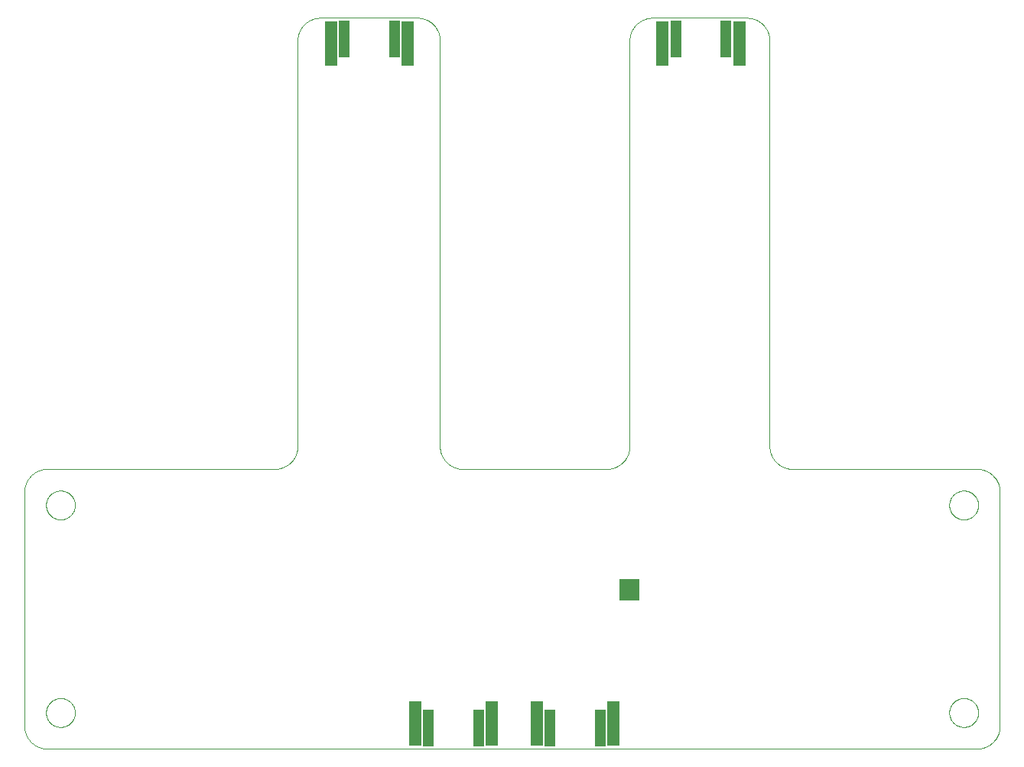
<source format=gbp>
G75*
%MOIN*%
%OFA0B0*%
%FSLAX25Y25*%
%IPPOS*%
%LPD*%
%AMOC8*
5,1,8,0,0,1.08239X$1,22.5*
%
%ADD10C,0.00000*%
%ADD11R,0.04921X0.16142*%
%ADD12R,0.05512X0.19685*%
%ADD13R,0.08800X0.09800*%
D10*
X0013469Y0037693D02*
X0418665Y0037693D01*
X0418907Y0037696D01*
X0419148Y0037705D01*
X0419389Y0037719D01*
X0419630Y0037740D01*
X0419870Y0037766D01*
X0420110Y0037798D01*
X0420349Y0037836D01*
X0420586Y0037879D01*
X0420823Y0037929D01*
X0421058Y0037984D01*
X0421292Y0038044D01*
X0421524Y0038111D01*
X0421755Y0038182D01*
X0421984Y0038260D01*
X0422211Y0038343D01*
X0422436Y0038431D01*
X0422659Y0038525D01*
X0422879Y0038624D01*
X0423097Y0038729D01*
X0423312Y0038838D01*
X0423525Y0038953D01*
X0423735Y0039073D01*
X0423941Y0039198D01*
X0424145Y0039328D01*
X0424346Y0039463D01*
X0424543Y0039603D01*
X0424737Y0039747D01*
X0424927Y0039896D01*
X0425113Y0040050D01*
X0425296Y0040208D01*
X0425475Y0040370D01*
X0425650Y0040537D01*
X0425821Y0040708D01*
X0425988Y0040883D01*
X0426150Y0041062D01*
X0426308Y0041245D01*
X0426462Y0041431D01*
X0426611Y0041621D01*
X0426755Y0041815D01*
X0426895Y0042012D01*
X0427030Y0042213D01*
X0427160Y0042417D01*
X0427285Y0042623D01*
X0427405Y0042833D01*
X0427520Y0043046D01*
X0427629Y0043261D01*
X0427734Y0043479D01*
X0427833Y0043699D01*
X0427927Y0043922D01*
X0428015Y0044147D01*
X0428098Y0044374D01*
X0428176Y0044603D01*
X0428247Y0044834D01*
X0428314Y0045066D01*
X0428374Y0045300D01*
X0428429Y0045535D01*
X0428479Y0045772D01*
X0428522Y0046009D01*
X0428560Y0046248D01*
X0428592Y0046488D01*
X0428618Y0046728D01*
X0428639Y0046969D01*
X0428653Y0047210D01*
X0428662Y0047451D01*
X0428665Y0047693D01*
X0428665Y0149740D01*
X0428662Y0149982D01*
X0428653Y0150223D01*
X0428639Y0150464D01*
X0428618Y0150705D01*
X0428592Y0150945D01*
X0428560Y0151185D01*
X0428522Y0151424D01*
X0428479Y0151661D01*
X0428429Y0151898D01*
X0428374Y0152133D01*
X0428314Y0152367D01*
X0428247Y0152599D01*
X0428176Y0152830D01*
X0428098Y0153059D01*
X0428015Y0153286D01*
X0427927Y0153511D01*
X0427833Y0153734D01*
X0427734Y0153954D01*
X0427629Y0154172D01*
X0427520Y0154387D01*
X0427405Y0154600D01*
X0427285Y0154810D01*
X0427160Y0155016D01*
X0427030Y0155220D01*
X0426895Y0155421D01*
X0426755Y0155618D01*
X0426611Y0155812D01*
X0426462Y0156002D01*
X0426308Y0156188D01*
X0426150Y0156371D01*
X0425988Y0156550D01*
X0425821Y0156725D01*
X0425650Y0156896D01*
X0425475Y0157063D01*
X0425296Y0157225D01*
X0425113Y0157383D01*
X0424927Y0157537D01*
X0424737Y0157686D01*
X0424543Y0157830D01*
X0424346Y0157970D01*
X0424145Y0158105D01*
X0423941Y0158235D01*
X0423735Y0158360D01*
X0423525Y0158480D01*
X0423312Y0158595D01*
X0423097Y0158704D01*
X0422879Y0158809D01*
X0422659Y0158908D01*
X0422436Y0159002D01*
X0422211Y0159090D01*
X0421984Y0159173D01*
X0421755Y0159251D01*
X0421524Y0159322D01*
X0421292Y0159389D01*
X0421058Y0159449D01*
X0420823Y0159504D01*
X0420586Y0159554D01*
X0420349Y0159597D01*
X0420110Y0159635D01*
X0419870Y0159667D01*
X0419630Y0159693D01*
X0419389Y0159714D01*
X0419148Y0159728D01*
X0418907Y0159737D01*
X0418665Y0159740D01*
X0338272Y0159740D01*
X0338030Y0159743D01*
X0337789Y0159752D01*
X0337548Y0159766D01*
X0337307Y0159787D01*
X0337067Y0159813D01*
X0336827Y0159845D01*
X0336588Y0159883D01*
X0336351Y0159926D01*
X0336114Y0159976D01*
X0335879Y0160031D01*
X0335645Y0160091D01*
X0335413Y0160158D01*
X0335182Y0160229D01*
X0334953Y0160307D01*
X0334726Y0160390D01*
X0334501Y0160478D01*
X0334278Y0160572D01*
X0334058Y0160671D01*
X0333840Y0160776D01*
X0333625Y0160885D01*
X0333412Y0161000D01*
X0333202Y0161120D01*
X0332996Y0161245D01*
X0332792Y0161375D01*
X0332591Y0161510D01*
X0332394Y0161650D01*
X0332200Y0161794D01*
X0332010Y0161943D01*
X0331824Y0162097D01*
X0331641Y0162255D01*
X0331462Y0162417D01*
X0331287Y0162584D01*
X0331116Y0162755D01*
X0330949Y0162930D01*
X0330787Y0163109D01*
X0330629Y0163292D01*
X0330475Y0163478D01*
X0330326Y0163668D01*
X0330182Y0163862D01*
X0330042Y0164059D01*
X0329907Y0164260D01*
X0329777Y0164464D01*
X0329652Y0164670D01*
X0329532Y0164880D01*
X0329417Y0165093D01*
X0329308Y0165308D01*
X0329203Y0165526D01*
X0329104Y0165746D01*
X0329010Y0165969D01*
X0328922Y0166194D01*
X0328839Y0166421D01*
X0328761Y0166650D01*
X0328690Y0166881D01*
X0328623Y0167113D01*
X0328563Y0167347D01*
X0328508Y0167582D01*
X0328458Y0167819D01*
X0328415Y0168056D01*
X0328377Y0168295D01*
X0328345Y0168535D01*
X0328319Y0168775D01*
X0328298Y0169016D01*
X0328284Y0169257D01*
X0328275Y0169498D01*
X0328272Y0169740D01*
X0328272Y0346591D01*
X0328269Y0346833D01*
X0328260Y0347074D01*
X0328246Y0347315D01*
X0328225Y0347556D01*
X0328199Y0347796D01*
X0328167Y0348036D01*
X0328129Y0348275D01*
X0328086Y0348512D01*
X0328036Y0348749D01*
X0327981Y0348984D01*
X0327921Y0349218D01*
X0327854Y0349450D01*
X0327783Y0349681D01*
X0327705Y0349910D01*
X0327622Y0350137D01*
X0327534Y0350362D01*
X0327440Y0350585D01*
X0327341Y0350805D01*
X0327236Y0351023D01*
X0327127Y0351238D01*
X0327012Y0351451D01*
X0326892Y0351661D01*
X0326767Y0351867D01*
X0326637Y0352071D01*
X0326502Y0352272D01*
X0326362Y0352469D01*
X0326218Y0352663D01*
X0326069Y0352853D01*
X0325915Y0353039D01*
X0325757Y0353222D01*
X0325595Y0353401D01*
X0325428Y0353576D01*
X0325257Y0353747D01*
X0325082Y0353914D01*
X0324903Y0354076D01*
X0324720Y0354234D01*
X0324534Y0354388D01*
X0324344Y0354537D01*
X0324150Y0354681D01*
X0323953Y0354821D01*
X0323752Y0354956D01*
X0323548Y0355086D01*
X0323342Y0355211D01*
X0323132Y0355331D01*
X0322919Y0355446D01*
X0322704Y0355555D01*
X0322486Y0355660D01*
X0322266Y0355759D01*
X0322043Y0355853D01*
X0321818Y0355941D01*
X0321591Y0356024D01*
X0321362Y0356102D01*
X0321131Y0356173D01*
X0320899Y0356240D01*
X0320665Y0356300D01*
X0320430Y0356355D01*
X0320193Y0356405D01*
X0319956Y0356448D01*
X0319717Y0356486D01*
X0319477Y0356518D01*
X0319237Y0356544D01*
X0318996Y0356565D01*
X0318755Y0356579D01*
X0318514Y0356588D01*
X0318272Y0356591D01*
X0277248Y0356591D01*
X0277006Y0356588D01*
X0276765Y0356579D01*
X0276524Y0356565D01*
X0276283Y0356544D01*
X0276043Y0356518D01*
X0275803Y0356486D01*
X0275564Y0356448D01*
X0275327Y0356405D01*
X0275090Y0356355D01*
X0274855Y0356300D01*
X0274621Y0356240D01*
X0274389Y0356173D01*
X0274158Y0356102D01*
X0273929Y0356024D01*
X0273702Y0355941D01*
X0273477Y0355853D01*
X0273254Y0355759D01*
X0273034Y0355660D01*
X0272816Y0355555D01*
X0272601Y0355446D01*
X0272388Y0355331D01*
X0272178Y0355211D01*
X0271972Y0355086D01*
X0271768Y0354956D01*
X0271567Y0354821D01*
X0271370Y0354681D01*
X0271176Y0354537D01*
X0270986Y0354388D01*
X0270800Y0354234D01*
X0270617Y0354076D01*
X0270438Y0353914D01*
X0270263Y0353747D01*
X0270092Y0353576D01*
X0269925Y0353401D01*
X0269763Y0353222D01*
X0269605Y0353039D01*
X0269451Y0352853D01*
X0269302Y0352663D01*
X0269158Y0352469D01*
X0269018Y0352272D01*
X0268883Y0352071D01*
X0268753Y0351867D01*
X0268628Y0351661D01*
X0268508Y0351451D01*
X0268393Y0351238D01*
X0268284Y0351023D01*
X0268179Y0350805D01*
X0268080Y0350585D01*
X0267986Y0350362D01*
X0267898Y0350137D01*
X0267815Y0349910D01*
X0267737Y0349681D01*
X0267666Y0349450D01*
X0267599Y0349218D01*
X0267539Y0348984D01*
X0267484Y0348749D01*
X0267434Y0348512D01*
X0267391Y0348275D01*
X0267353Y0348036D01*
X0267321Y0347796D01*
X0267295Y0347556D01*
X0267274Y0347315D01*
X0267260Y0347074D01*
X0267251Y0346833D01*
X0267248Y0346591D01*
X0267248Y0169740D01*
X0267245Y0169498D01*
X0267236Y0169257D01*
X0267222Y0169016D01*
X0267201Y0168775D01*
X0267175Y0168535D01*
X0267143Y0168295D01*
X0267105Y0168056D01*
X0267062Y0167819D01*
X0267012Y0167582D01*
X0266957Y0167347D01*
X0266897Y0167113D01*
X0266830Y0166881D01*
X0266759Y0166650D01*
X0266681Y0166421D01*
X0266598Y0166194D01*
X0266510Y0165969D01*
X0266416Y0165746D01*
X0266317Y0165526D01*
X0266212Y0165308D01*
X0266103Y0165093D01*
X0265988Y0164880D01*
X0265868Y0164670D01*
X0265743Y0164464D01*
X0265613Y0164260D01*
X0265478Y0164059D01*
X0265338Y0163862D01*
X0265194Y0163668D01*
X0265045Y0163478D01*
X0264891Y0163292D01*
X0264733Y0163109D01*
X0264571Y0162930D01*
X0264404Y0162755D01*
X0264233Y0162584D01*
X0264058Y0162417D01*
X0263879Y0162255D01*
X0263696Y0162097D01*
X0263510Y0161943D01*
X0263320Y0161794D01*
X0263126Y0161650D01*
X0262929Y0161510D01*
X0262728Y0161375D01*
X0262524Y0161245D01*
X0262318Y0161120D01*
X0262108Y0161000D01*
X0261895Y0160885D01*
X0261680Y0160776D01*
X0261462Y0160671D01*
X0261242Y0160572D01*
X0261019Y0160478D01*
X0260794Y0160390D01*
X0260567Y0160307D01*
X0260338Y0160229D01*
X0260107Y0160158D01*
X0259875Y0160091D01*
X0259641Y0160031D01*
X0259406Y0159976D01*
X0259169Y0159926D01*
X0258932Y0159883D01*
X0258693Y0159845D01*
X0258453Y0159813D01*
X0258213Y0159787D01*
X0257972Y0159766D01*
X0257731Y0159752D01*
X0257490Y0159743D01*
X0257248Y0159740D01*
X0194571Y0159740D01*
X0194329Y0159743D01*
X0194088Y0159752D01*
X0193847Y0159766D01*
X0193606Y0159787D01*
X0193366Y0159813D01*
X0193126Y0159845D01*
X0192887Y0159883D01*
X0192650Y0159926D01*
X0192413Y0159976D01*
X0192178Y0160031D01*
X0191944Y0160091D01*
X0191712Y0160158D01*
X0191481Y0160229D01*
X0191252Y0160307D01*
X0191025Y0160390D01*
X0190800Y0160478D01*
X0190577Y0160572D01*
X0190357Y0160671D01*
X0190139Y0160776D01*
X0189924Y0160885D01*
X0189711Y0161000D01*
X0189501Y0161120D01*
X0189295Y0161245D01*
X0189091Y0161375D01*
X0188890Y0161510D01*
X0188693Y0161650D01*
X0188499Y0161794D01*
X0188309Y0161943D01*
X0188123Y0162097D01*
X0187940Y0162255D01*
X0187761Y0162417D01*
X0187586Y0162584D01*
X0187415Y0162755D01*
X0187248Y0162930D01*
X0187086Y0163109D01*
X0186928Y0163292D01*
X0186774Y0163478D01*
X0186625Y0163668D01*
X0186481Y0163862D01*
X0186341Y0164059D01*
X0186206Y0164260D01*
X0186076Y0164464D01*
X0185951Y0164670D01*
X0185831Y0164880D01*
X0185716Y0165093D01*
X0185607Y0165308D01*
X0185502Y0165526D01*
X0185403Y0165746D01*
X0185309Y0165969D01*
X0185221Y0166194D01*
X0185138Y0166421D01*
X0185060Y0166650D01*
X0184989Y0166881D01*
X0184922Y0167113D01*
X0184862Y0167347D01*
X0184807Y0167582D01*
X0184757Y0167819D01*
X0184714Y0168056D01*
X0184676Y0168295D01*
X0184644Y0168535D01*
X0184618Y0168775D01*
X0184597Y0169016D01*
X0184583Y0169257D01*
X0184574Y0169498D01*
X0184571Y0169740D01*
X0184571Y0346748D01*
X0184568Y0346986D01*
X0184560Y0347224D01*
X0184545Y0347461D01*
X0184525Y0347698D01*
X0184499Y0347934D01*
X0184468Y0348170D01*
X0184431Y0348405D01*
X0184388Y0348639D01*
X0184339Y0348872D01*
X0184285Y0349104D01*
X0184225Y0349334D01*
X0184160Y0349563D01*
X0184089Y0349790D01*
X0184013Y0350015D01*
X0183931Y0350238D01*
X0183844Y0350460D01*
X0183752Y0350679D01*
X0183654Y0350896D01*
X0183552Y0351110D01*
X0183444Y0351322D01*
X0183330Y0351532D01*
X0183212Y0351738D01*
X0183089Y0351942D01*
X0182961Y0352142D01*
X0182829Y0352339D01*
X0182691Y0352534D01*
X0182549Y0352724D01*
X0182402Y0352912D01*
X0182251Y0353095D01*
X0182096Y0353275D01*
X0181936Y0353451D01*
X0181772Y0353623D01*
X0181603Y0353792D01*
X0181431Y0353956D01*
X0181255Y0354116D01*
X0181075Y0354271D01*
X0180892Y0354422D01*
X0180704Y0354569D01*
X0180514Y0354711D01*
X0180319Y0354849D01*
X0180122Y0354981D01*
X0179922Y0355109D01*
X0179718Y0355232D01*
X0179512Y0355350D01*
X0179302Y0355464D01*
X0179090Y0355572D01*
X0178876Y0355674D01*
X0178659Y0355772D01*
X0178440Y0355864D01*
X0178218Y0355951D01*
X0177995Y0356033D01*
X0177770Y0356109D01*
X0177543Y0356180D01*
X0177314Y0356245D01*
X0177084Y0356305D01*
X0176852Y0356359D01*
X0176619Y0356408D01*
X0176385Y0356451D01*
X0176150Y0356488D01*
X0175914Y0356519D01*
X0175678Y0356545D01*
X0175441Y0356565D01*
X0175204Y0356580D01*
X0174966Y0356588D01*
X0174728Y0356591D01*
X0132406Y0356591D01*
X0132168Y0356588D01*
X0131930Y0356580D01*
X0131693Y0356565D01*
X0131456Y0356545D01*
X0131220Y0356519D01*
X0130984Y0356488D01*
X0130749Y0356451D01*
X0130515Y0356408D01*
X0130282Y0356359D01*
X0130050Y0356305D01*
X0129820Y0356245D01*
X0129591Y0356180D01*
X0129364Y0356109D01*
X0129139Y0356033D01*
X0128916Y0355951D01*
X0128694Y0355864D01*
X0128475Y0355772D01*
X0128258Y0355674D01*
X0128044Y0355572D01*
X0127832Y0355464D01*
X0127622Y0355350D01*
X0127416Y0355232D01*
X0127212Y0355109D01*
X0127012Y0354981D01*
X0126815Y0354849D01*
X0126620Y0354711D01*
X0126430Y0354569D01*
X0126242Y0354422D01*
X0126059Y0354271D01*
X0125879Y0354116D01*
X0125703Y0353956D01*
X0125531Y0353792D01*
X0125362Y0353623D01*
X0125198Y0353451D01*
X0125038Y0353275D01*
X0124883Y0353095D01*
X0124732Y0352912D01*
X0124585Y0352724D01*
X0124443Y0352534D01*
X0124305Y0352339D01*
X0124173Y0352142D01*
X0124045Y0351942D01*
X0123922Y0351738D01*
X0123804Y0351532D01*
X0123690Y0351322D01*
X0123582Y0351110D01*
X0123480Y0350896D01*
X0123382Y0350679D01*
X0123290Y0350460D01*
X0123203Y0350238D01*
X0123121Y0350015D01*
X0123045Y0349790D01*
X0122974Y0349563D01*
X0122909Y0349334D01*
X0122849Y0349104D01*
X0122795Y0348872D01*
X0122746Y0348639D01*
X0122703Y0348405D01*
X0122666Y0348170D01*
X0122635Y0347934D01*
X0122609Y0347698D01*
X0122589Y0347461D01*
X0122574Y0347224D01*
X0122566Y0346986D01*
X0122563Y0346748D01*
X0122563Y0169740D01*
X0122560Y0169498D01*
X0122551Y0169257D01*
X0122537Y0169016D01*
X0122516Y0168775D01*
X0122490Y0168535D01*
X0122458Y0168295D01*
X0122420Y0168056D01*
X0122377Y0167819D01*
X0122327Y0167582D01*
X0122272Y0167347D01*
X0122212Y0167113D01*
X0122145Y0166881D01*
X0122074Y0166650D01*
X0121996Y0166421D01*
X0121913Y0166194D01*
X0121825Y0165969D01*
X0121731Y0165746D01*
X0121632Y0165526D01*
X0121527Y0165308D01*
X0121418Y0165093D01*
X0121303Y0164880D01*
X0121183Y0164670D01*
X0121058Y0164464D01*
X0120928Y0164260D01*
X0120793Y0164059D01*
X0120653Y0163862D01*
X0120509Y0163668D01*
X0120360Y0163478D01*
X0120206Y0163292D01*
X0120048Y0163109D01*
X0119886Y0162930D01*
X0119719Y0162755D01*
X0119548Y0162584D01*
X0119373Y0162417D01*
X0119194Y0162255D01*
X0119011Y0162097D01*
X0118825Y0161943D01*
X0118635Y0161794D01*
X0118441Y0161650D01*
X0118244Y0161510D01*
X0118043Y0161375D01*
X0117839Y0161245D01*
X0117633Y0161120D01*
X0117423Y0161000D01*
X0117210Y0160885D01*
X0116995Y0160776D01*
X0116777Y0160671D01*
X0116557Y0160572D01*
X0116334Y0160478D01*
X0116109Y0160390D01*
X0115882Y0160307D01*
X0115653Y0160229D01*
X0115422Y0160158D01*
X0115190Y0160091D01*
X0114956Y0160031D01*
X0114721Y0159976D01*
X0114484Y0159926D01*
X0114247Y0159883D01*
X0114008Y0159845D01*
X0113768Y0159813D01*
X0113528Y0159787D01*
X0113287Y0159766D01*
X0113046Y0159752D01*
X0112805Y0159743D01*
X0112563Y0159740D01*
X0013469Y0159740D01*
X0013227Y0159737D01*
X0012986Y0159728D01*
X0012745Y0159714D01*
X0012504Y0159693D01*
X0012264Y0159667D01*
X0012024Y0159635D01*
X0011785Y0159597D01*
X0011548Y0159554D01*
X0011311Y0159504D01*
X0011076Y0159449D01*
X0010842Y0159389D01*
X0010610Y0159322D01*
X0010379Y0159251D01*
X0010150Y0159173D01*
X0009923Y0159090D01*
X0009698Y0159002D01*
X0009475Y0158908D01*
X0009255Y0158809D01*
X0009037Y0158704D01*
X0008822Y0158595D01*
X0008609Y0158480D01*
X0008399Y0158360D01*
X0008193Y0158235D01*
X0007989Y0158105D01*
X0007788Y0157970D01*
X0007591Y0157830D01*
X0007397Y0157686D01*
X0007207Y0157537D01*
X0007021Y0157383D01*
X0006838Y0157225D01*
X0006659Y0157063D01*
X0006484Y0156896D01*
X0006313Y0156725D01*
X0006146Y0156550D01*
X0005984Y0156371D01*
X0005826Y0156188D01*
X0005672Y0156002D01*
X0005523Y0155812D01*
X0005379Y0155618D01*
X0005239Y0155421D01*
X0005104Y0155220D01*
X0004974Y0155016D01*
X0004849Y0154810D01*
X0004729Y0154600D01*
X0004614Y0154387D01*
X0004505Y0154172D01*
X0004400Y0153954D01*
X0004301Y0153734D01*
X0004207Y0153511D01*
X0004119Y0153286D01*
X0004036Y0153059D01*
X0003958Y0152830D01*
X0003887Y0152599D01*
X0003820Y0152367D01*
X0003760Y0152133D01*
X0003705Y0151898D01*
X0003655Y0151661D01*
X0003612Y0151424D01*
X0003574Y0151185D01*
X0003542Y0150945D01*
X0003516Y0150705D01*
X0003495Y0150464D01*
X0003481Y0150223D01*
X0003472Y0149982D01*
X0003469Y0149740D01*
X0003469Y0047693D01*
X0003472Y0047451D01*
X0003481Y0047210D01*
X0003495Y0046969D01*
X0003516Y0046728D01*
X0003542Y0046488D01*
X0003574Y0046248D01*
X0003612Y0046009D01*
X0003655Y0045772D01*
X0003705Y0045535D01*
X0003760Y0045300D01*
X0003820Y0045066D01*
X0003887Y0044834D01*
X0003958Y0044603D01*
X0004036Y0044374D01*
X0004119Y0044147D01*
X0004207Y0043922D01*
X0004301Y0043699D01*
X0004400Y0043479D01*
X0004505Y0043261D01*
X0004614Y0043046D01*
X0004729Y0042833D01*
X0004849Y0042623D01*
X0004974Y0042417D01*
X0005104Y0042213D01*
X0005239Y0042012D01*
X0005379Y0041815D01*
X0005523Y0041621D01*
X0005672Y0041431D01*
X0005826Y0041245D01*
X0005984Y0041062D01*
X0006146Y0040883D01*
X0006313Y0040708D01*
X0006484Y0040537D01*
X0006659Y0040370D01*
X0006838Y0040208D01*
X0007021Y0040050D01*
X0007207Y0039896D01*
X0007397Y0039747D01*
X0007591Y0039603D01*
X0007788Y0039463D01*
X0007989Y0039328D01*
X0008193Y0039198D01*
X0008399Y0039073D01*
X0008609Y0038953D01*
X0008822Y0038838D01*
X0009037Y0038729D01*
X0009255Y0038624D01*
X0009475Y0038525D01*
X0009698Y0038431D01*
X0009923Y0038343D01*
X0010150Y0038260D01*
X0010379Y0038182D01*
X0010610Y0038111D01*
X0010842Y0038044D01*
X0011076Y0037984D01*
X0011311Y0037929D01*
X0011548Y0037879D01*
X0011785Y0037836D01*
X0012024Y0037798D01*
X0012264Y0037766D01*
X0012504Y0037740D01*
X0012745Y0037719D01*
X0012986Y0037705D01*
X0013227Y0037696D01*
X0013469Y0037693D01*
X0012918Y0053441D02*
X0012920Y0053599D01*
X0012926Y0053757D01*
X0012936Y0053915D01*
X0012950Y0054073D01*
X0012968Y0054230D01*
X0012989Y0054387D01*
X0013015Y0054543D01*
X0013045Y0054699D01*
X0013078Y0054854D01*
X0013116Y0055007D01*
X0013157Y0055160D01*
X0013202Y0055312D01*
X0013251Y0055463D01*
X0013304Y0055612D01*
X0013360Y0055760D01*
X0013420Y0055906D01*
X0013484Y0056051D01*
X0013552Y0056194D01*
X0013623Y0056336D01*
X0013697Y0056476D01*
X0013775Y0056613D01*
X0013857Y0056749D01*
X0013941Y0056883D01*
X0014030Y0057014D01*
X0014121Y0057143D01*
X0014216Y0057270D01*
X0014313Y0057395D01*
X0014414Y0057517D01*
X0014518Y0057636D01*
X0014625Y0057753D01*
X0014735Y0057867D01*
X0014848Y0057978D01*
X0014963Y0058087D01*
X0015081Y0058192D01*
X0015202Y0058294D01*
X0015325Y0058394D01*
X0015451Y0058490D01*
X0015579Y0058583D01*
X0015709Y0058673D01*
X0015842Y0058759D01*
X0015977Y0058843D01*
X0016113Y0058922D01*
X0016252Y0058999D01*
X0016393Y0059071D01*
X0016535Y0059141D01*
X0016679Y0059206D01*
X0016825Y0059268D01*
X0016972Y0059326D01*
X0017121Y0059381D01*
X0017271Y0059432D01*
X0017422Y0059479D01*
X0017574Y0059522D01*
X0017727Y0059561D01*
X0017882Y0059597D01*
X0018037Y0059628D01*
X0018193Y0059656D01*
X0018349Y0059680D01*
X0018506Y0059700D01*
X0018664Y0059716D01*
X0018821Y0059728D01*
X0018980Y0059736D01*
X0019138Y0059740D01*
X0019296Y0059740D01*
X0019454Y0059736D01*
X0019613Y0059728D01*
X0019770Y0059716D01*
X0019928Y0059700D01*
X0020085Y0059680D01*
X0020241Y0059656D01*
X0020397Y0059628D01*
X0020552Y0059597D01*
X0020707Y0059561D01*
X0020860Y0059522D01*
X0021012Y0059479D01*
X0021163Y0059432D01*
X0021313Y0059381D01*
X0021462Y0059326D01*
X0021609Y0059268D01*
X0021755Y0059206D01*
X0021899Y0059141D01*
X0022041Y0059071D01*
X0022182Y0058999D01*
X0022321Y0058922D01*
X0022457Y0058843D01*
X0022592Y0058759D01*
X0022725Y0058673D01*
X0022855Y0058583D01*
X0022983Y0058490D01*
X0023109Y0058394D01*
X0023232Y0058294D01*
X0023353Y0058192D01*
X0023471Y0058087D01*
X0023586Y0057978D01*
X0023699Y0057867D01*
X0023809Y0057753D01*
X0023916Y0057636D01*
X0024020Y0057517D01*
X0024121Y0057395D01*
X0024218Y0057270D01*
X0024313Y0057143D01*
X0024404Y0057014D01*
X0024493Y0056883D01*
X0024577Y0056749D01*
X0024659Y0056613D01*
X0024737Y0056476D01*
X0024811Y0056336D01*
X0024882Y0056194D01*
X0024950Y0056051D01*
X0025014Y0055906D01*
X0025074Y0055760D01*
X0025130Y0055612D01*
X0025183Y0055463D01*
X0025232Y0055312D01*
X0025277Y0055160D01*
X0025318Y0055007D01*
X0025356Y0054854D01*
X0025389Y0054699D01*
X0025419Y0054543D01*
X0025445Y0054387D01*
X0025466Y0054230D01*
X0025484Y0054073D01*
X0025498Y0053915D01*
X0025508Y0053757D01*
X0025514Y0053599D01*
X0025516Y0053441D01*
X0025514Y0053283D01*
X0025508Y0053125D01*
X0025498Y0052967D01*
X0025484Y0052809D01*
X0025466Y0052652D01*
X0025445Y0052495D01*
X0025419Y0052339D01*
X0025389Y0052183D01*
X0025356Y0052028D01*
X0025318Y0051875D01*
X0025277Y0051722D01*
X0025232Y0051570D01*
X0025183Y0051419D01*
X0025130Y0051270D01*
X0025074Y0051122D01*
X0025014Y0050976D01*
X0024950Y0050831D01*
X0024882Y0050688D01*
X0024811Y0050546D01*
X0024737Y0050406D01*
X0024659Y0050269D01*
X0024577Y0050133D01*
X0024493Y0049999D01*
X0024404Y0049868D01*
X0024313Y0049739D01*
X0024218Y0049612D01*
X0024121Y0049487D01*
X0024020Y0049365D01*
X0023916Y0049246D01*
X0023809Y0049129D01*
X0023699Y0049015D01*
X0023586Y0048904D01*
X0023471Y0048795D01*
X0023353Y0048690D01*
X0023232Y0048588D01*
X0023109Y0048488D01*
X0022983Y0048392D01*
X0022855Y0048299D01*
X0022725Y0048209D01*
X0022592Y0048123D01*
X0022457Y0048039D01*
X0022321Y0047960D01*
X0022182Y0047883D01*
X0022041Y0047811D01*
X0021899Y0047741D01*
X0021755Y0047676D01*
X0021609Y0047614D01*
X0021462Y0047556D01*
X0021313Y0047501D01*
X0021163Y0047450D01*
X0021012Y0047403D01*
X0020860Y0047360D01*
X0020707Y0047321D01*
X0020552Y0047285D01*
X0020397Y0047254D01*
X0020241Y0047226D01*
X0020085Y0047202D01*
X0019928Y0047182D01*
X0019770Y0047166D01*
X0019613Y0047154D01*
X0019454Y0047146D01*
X0019296Y0047142D01*
X0019138Y0047142D01*
X0018980Y0047146D01*
X0018821Y0047154D01*
X0018664Y0047166D01*
X0018506Y0047182D01*
X0018349Y0047202D01*
X0018193Y0047226D01*
X0018037Y0047254D01*
X0017882Y0047285D01*
X0017727Y0047321D01*
X0017574Y0047360D01*
X0017422Y0047403D01*
X0017271Y0047450D01*
X0017121Y0047501D01*
X0016972Y0047556D01*
X0016825Y0047614D01*
X0016679Y0047676D01*
X0016535Y0047741D01*
X0016393Y0047811D01*
X0016252Y0047883D01*
X0016113Y0047960D01*
X0015977Y0048039D01*
X0015842Y0048123D01*
X0015709Y0048209D01*
X0015579Y0048299D01*
X0015451Y0048392D01*
X0015325Y0048488D01*
X0015202Y0048588D01*
X0015081Y0048690D01*
X0014963Y0048795D01*
X0014848Y0048904D01*
X0014735Y0049015D01*
X0014625Y0049129D01*
X0014518Y0049246D01*
X0014414Y0049365D01*
X0014313Y0049487D01*
X0014216Y0049612D01*
X0014121Y0049739D01*
X0014030Y0049868D01*
X0013941Y0049999D01*
X0013857Y0050133D01*
X0013775Y0050269D01*
X0013697Y0050406D01*
X0013623Y0050546D01*
X0013552Y0050688D01*
X0013484Y0050831D01*
X0013420Y0050976D01*
X0013360Y0051122D01*
X0013304Y0051270D01*
X0013251Y0051419D01*
X0013202Y0051570D01*
X0013157Y0051722D01*
X0013116Y0051875D01*
X0013078Y0052028D01*
X0013045Y0052183D01*
X0013015Y0052339D01*
X0012989Y0052495D01*
X0012968Y0052652D01*
X0012950Y0052809D01*
X0012936Y0052967D01*
X0012926Y0053125D01*
X0012920Y0053283D01*
X0012918Y0053441D01*
X0012918Y0143992D02*
X0012920Y0144150D01*
X0012926Y0144308D01*
X0012936Y0144466D01*
X0012950Y0144624D01*
X0012968Y0144781D01*
X0012989Y0144938D01*
X0013015Y0145094D01*
X0013045Y0145250D01*
X0013078Y0145405D01*
X0013116Y0145558D01*
X0013157Y0145711D01*
X0013202Y0145863D01*
X0013251Y0146014D01*
X0013304Y0146163D01*
X0013360Y0146311D01*
X0013420Y0146457D01*
X0013484Y0146602D01*
X0013552Y0146745D01*
X0013623Y0146887D01*
X0013697Y0147027D01*
X0013775Y0147164D01*
X0013857Y0147300D01*
X0013941Y0147434D01*
X0014030Y0147565D01*
X0014121Y0147694D01*
X0014216Y0147821D01*
X0014313Y0147946D01*
X0014414Y0148068D01*
X0014518Y0148187D01*
X0014625Y0148304D01*
X0014735Y0148418D01*
X0014848Y0148529D01*
X0014963Y0148638D01*
X0015081Y0148743D01*
X0015202Y0148845D01*
X0015325Y0148945D01*
X0015451Y0149041D01*
X0015579Y0149134D01*
X0015709Y0149224D01*
X0015842Y0149310D01*
X0015977Y0149394D01*
X0016113Y0149473D01*
X0016252Y0149550D01*
X0016393Y0149622D01*
X0016535Y0149692D01*
X0016679Y0149757D01*
X0016825Y0149819D01*
X0016972Y0149877D01*
X0017121Y0149932D01*
X0017271Y0149983D01*
X0017422Y0150030D01*
X0017574Y0150073D01*
X0017727Y0150112D01*
X0017882Y0150148D01*
X0018037Y0150179D01*
X0018193Y0150207D01*
X0018349Y0150231D01*
X0018506Y0150251D01*
X0018664Y0150267D01*
X0018821Y0150279D01*
X0018980Y0150287D01*
X0019138Y0150291D01*
X0019296Y0150291D01*
X0019454Y0150287D01*
X0019613Y0150279D01*
X0019770Y0150267D01*
X0019928Y0150251D01*
X0020085Y0150231D01*
X0020241Y0150207D01*
X0020397Y0150179D01*
X0020552Y0150148D01*
X0020707Y0150112D01*
X0020860Y0150073D01*
X0021012Y0150030D01*
X0021163Y0149983D01*
X0021313Y0149932D01*
X0021462Y0149877D01*
X0021609Y0149819D01*
X0021755Y0149757D01*
X0021899Y0149692D01*
X0022041Y0149622D01*
X0022182Y0149550D01*
X0022321Y0149473D01*
X0022457Y0149394D01*
X0022592Y0149310D01*
X0022725Y0149224D01*
X0022855Y0149134D01*
X0022983Y0149041D01*
X0023109Y0148945D01*
X0023232Y0148845D01*
X0023353Y0148743D01*
X0023471Y0148638D01*
X0023586Y0148529D01*
X0023699Y0148418D01*
X0023809Y0148304D01*
X0023916Y0148187D01*
X0024020Y0148068D01*
X0024121Y0147946D01*
X0024218Y0147821D01*
X0024313Y0147694D01*
X0024404Y0147565D01*
X0024493Y0147434D01*
X0024577Y0147300D01*
X0024659Y0147164D01*
X0024737Y0147027D01*
X0024811Y0146887D01*
X0024882Y0146745D01*
X0024950Y0146602D01*
X0025014Y0146457D01*
X0025074Y0146311D01*
X0025130Y0146163D01*
X0025183Y0146014D01*
X0025232Y0145863D01*
X0025277Y0145711D01*
X0025318Y0145558D01*
X0025356Y0145405D01*
X0025389Y0145250D01*
X0025419Y0145094D01*
X0025445Y0144938D01*
X0025466Y0144781D01*
X0025484Y0144624D01*
X0025498Y0144466D01*
X0025508Y0144308D01*
X0025514Y0144150D01*
X0025516Y0143992D01*
X0025514Y0143834D01*
X0025508Y0143676D01*
X0025498Y0143518D01*
X0025484Y0143360D01*
X0025466Y0143203D01*
X0025445Y0143046D01*
X0025419Y0142890D01*
X0025389Y0142734D01*
X0025356Y0142579D01*
X0025318Y0142426D01*
X0025277Y0142273D01*
X0025232Y0142121D01*
X0025183Y0141970D01*
X0025130Y0141821D01*
X0025074Y0141673D01*
X0025014Y0141527D01*
X0024950Y0141382D01*
X0024882Y0141239D01*
X0024811Y0141097D01*
X0024737Y0140957D01*
X0024659Y0140820D01*
X0024577Y0140684D01*
X0024493Y0140550D01*
X0024404Y0140419D01*
X0024313Y0140290D01*
X0024218Y0140163D01*
X0024121Y0140038D01*
X0024020Y0139916D01*
X0023916Y0139797D01*
X0023809Y0139680D01*
X0023699Y0139566D01*
X0023586Y0139455D01*
X0023471Y0139346D01*
X0023353Y0139241D01*
X0023232Y0139139D01*
X0023109Y0139039D01*
X0022983Y0138943D01*
X0022855Y0138850D01*
X0022725Y0138760D01*
X0022592Y0138674D01*
X0022457Y0138590D01*
X0022321Y0138511D01*
X0022182Y0138434D01*
X0022041Y0138362D01*
X0021899Y0138292D01*
X0021755Y0138227D01*
X0021609Y0138165D01*
X0021462Y0138107D01*
X0021313Y0138052D01*
X0021163Y0138001D01*
X0021012Y0137954D01*
X0020860Y0137911D01*
X0020707Y0137872D01*
X0020552Y0137836D01*
X0020397Y0137805D01*
X0020241Y0137777D01*
X0020085Y0137753D01*
X0019928Y0137733D01*
X0019770Y0137717D01*
X0019613Y0137705D01*
X0019454Y0137697D01*
X0019296Y0137693D01*
X0019138Y0137693D01*
X0018980Y0137697D01*
X0018821Y0137705D01*
X0018664Y0137717D01*
X0018506Y0137733D01*
X0018349Y0137753D01*
X0018193Y0137777D01*
X0018037Y0137805D01*
X0017882Y0137836D01*
X0017727Y0137872D01*
X0017574Y0137911D01*
X0017422Y0137954D01*
X0017271Y0138001D01*
X0017121Y0138052D01*
X0016972Y0138107D01*
X0016825Y0138165D01*
X0016679Y0138227D01*
X0016535Y0138292D01*
X0016393Y0138362D01*
X0016252Y0138434D01*
X0016113Y0138511D01*
X0015977Y0138590D01*
X0015842Y0138674D01*
X0015709Y0138760D01*
X0015579Y0138850D01*
X0015451Y0138943D01*
X0015325Y0139039D01*
X0015202Y0139139D01*
X0015081Y0139241D01*
X0014963Y0139346D01*
X0014848Y0139455D01*
X0014735Y0139566D01*
X0014625Y0139680D01*
X0014518Y0139797D01*
X0014414Y0139916D01*
X0014313Y0140038D01*
X0014216Y0140163D01*
X0014121Y0140290D01*
X0014030Y0140419D01*
X0013941Y0140550D01*
X0013857Y0140684D01*
X0013775Y0140820D01*
X0013697Y0140957D01*
X0013623Y0141097D01*
X0013552Y0141239D01*
X0013484Y0141382D01*
X0013420Y0141527D01*
X0013360Y0141673D01*
X0013304Y0141821D01*
X0013251Y0141970D01*
X0013202Y0142121D01*
X0013157Y0142273D01*
X0013116Y0142426D01*
X0013078Y0142579D01*
X0013045Y0142734D01*
X0013015Y0142890D01*
X0012989Y0143046D01*
X0012968Y0143203D01*
X0012950Y0143360D01*
X0012936Y0143518D01*
X0012926Y0143676D01*
X0012920Y0143834D01*
X0012918Y0143992D01*
X0406618Y0143992D02*
X0406620Y0144150D01*
X0406626Y0144308D01*
X0406636Y0144466D01*
X0406650Y0144624D01*
X0406668Y0144781D01*
X0406689Y0144938D01*
X0406715Y0145094D01*
X0406745Y0145250D01*
X0406778Y0145405D01*
X0406816Y0145558D01*
X0406857Y0145711D01*
X0406902Y0145863D01*
X0406951Y0146014D01*
X0407004Y0146163D01*
X0407060Y0146311D01*
X0407120Y0146457D01*
X0407184Y0146602D01*
X0407252Y0146745D01*
X0407323Y0146887D01*
X0407397Y0147027D01*
X0407475Y0147164D01*
X0407557Y0147300D01*
X0407641Y0147434D01*
X0407730Y0147565D01*
X0407821Y0147694D01*
X0407916Y0147821D01*
X0408013Y0147946D01*
X0408114Y0148068D01*
X0408218Y0148187D01*
X0408325Y0148304D01*
X0408435Y0148418D01*
X0408548Y0148529D01*
X0408663Y0148638D01*
X0408781Y0148743D01*
X0408902Y0148845D01*
X0409025Y0148945D01*
X0409151Y0149041D01*
X0409279Y0149134D01*
X0409409Y0149224D01*
X0409542Y0149310D01*
X0409677Y0149394D01*
X0409813Y0149473D01*
X0409952Y0149550D01*
X0410093Y0149622D01*
X0410235Y0149692D01*
X0410379Y0149757D01*
X0410525Y0149819D01*
X0410672Y0149877D01*
X0410821Y0149932D01*
X0410971Y0149983D01*
X0411122Y0150030D01*
X0411274Y0150073D01*
X0411427Y0150112D01*
X0411582Y0150148D01*
X0411737Y0150179D01*
X0411893Y0150207D01*
X0412049Y0150231D01*
X0412206Y0150251D01*
X0412364Y0150267D01*
X0412521Y0150279D01*
X0412680Y0150287D01*
X0412838Y0150291D01*
X0412996Y0150291D01*
X0413154Y0150287D01*
X0413313Y0150279D01*
X0413470Y0150267D01*
X0413628Y0150251D01*
X0413785Y0150231D01*
X0413941Y0150207D01*
X0414097Y0150179D01*
X0414252Y0150148D01*
X0414407Y0150112D01*
X0414560Y0150073D01*
X0414712Y0150030D01*
X0414863Y0149983D01*
X0415013Y0149932D01*
X0415162Y0149877D01*
X0415309Y0149819D01*
X0415455Y0149757D01*
X0415599Y0149692D01*
X0415741Y0149622D01*
X0415882Y0149550D01*
X0416021Y0149473D01*
X0416157Y0149394D01*
X0416292Y0149310D01*
X0416425Y0149224D01*
X0416555Y0149134D01*
X0416683Y0149041D01*
X0416809Y0148945D01*
X0416932Y0148845D01*
X0417053Y0148743D01*
X0417171Y0148638D01*
X0417286Y0148529D01*
X0417399Y0148418D01*
X0417509Y0148304D01*
X0417616Y0148187D01*
X0417720Y0148068D01*
X0417821Y0147946D01*
X0417918Y0147821D01*
X0418013Y0147694D01*
X0418104Y0147565D01*
X0418193Y0147434D01*
X0418277Y0147300D01*
X0418359Y0147164D01*
X0418437Y0147027D01*
X0418511Y0146887D01*
X0418582Y0146745D01*
X0418650Y0146602D01*
X0418714Y0146457D01*
X0418774Y0146311D01*
X0418830Y0146163D01*
X0418883Y0146014D01*
X0418932Y0145863D01*
X0418977Y0145711D01*
X0419018Y0145558D01*
X0419056Y0145405D01*
X0419089Y0145250D01*
X0419119Y0145094D01*
X0419145Y0144938D01*
X0419166Y0144781D01*
X0419184Y0144624D01*
X0419198Y0144466D01*
X0419208Y0144308D01*
X0419214Y0144150D01*
X0419216Y0143992D01*
X0419214Y0143834D01*
X0419208Y0143676D01*
X0419198Y0143518D01*
X0419184Y0143360D01*
X0419166Y0143203D01*
X0419145Y0143046D01*
X0419119Y0142890D01*
X0419089Y0142734D01*
X0419056Y0142579D01*
X0419018Y0142426D01*
X0418977Y0142273D01*
X0418932Y0142121D01*
X0418883Y0141970D01*
X0418830Y0141821D01*
X0418774Y0141673D01*
X0418714Y0141527D01*
X0418650Y0141382D01*
X0418582Y0141239D01*
X0418511Y0141097D01*
X0418437Y0140957D01*
X0418359Y0140820D01*
X0418277Y0140684D01*
X0418193Y0140550D01*
X0418104Y0140419D01*
X0418013Y0140290D01*
X0417918Y0140163D01*
X0417821Y0140038D01*
X0417720Y0139916D01*
X0417616Y0139797D01*
X0417509Y0139680D01*
X0417399Y0139566D01*
X0417286Y0139455D01*
X0417171Y0139346D01*
X0417053Y0139241D01*
X0416932Y0139139D01*
X0416809Y0139039D01*
X0416683Y0138943D01*
X0416555Y0138850D01*
X0416425Y0138760D01*
X0416292Y0138674D01*
X0416157Y0138590D01*
X0416021Y0138511D01*
X0415882Y0138434D01*
X0415741Y0138362D01*
X0415599Y0138292D01*
X0415455Y0138227D01*
X0415309Y0138165D01*
X0415162Y0138107D01*
X0415013Y0138052D01*
X0414863Y0138001D01*
X0414712Y0137954D01*
X0414560Y0137911D01*
X0414407Y0137872D01*
X0414252Y0137836D01*
X0414097Y0137805D01*
X0413941Y0137777D01*
X0413785Y0137753D01*
X0413628Y0137733D01*
X0413470Y0137717D01*
X0413313Y0137705D01*
X0413154Y0137697D01*
X0412996Y0137693D01*
X0412838Y0137693D01*
X0412680Y0137697D01*
X0412521Y0137705D01*
X0412364Y0137717D01*
X0412206Y0137733D01*
X0412049Y0137753D01*
X0411893Y0137777D01*
X0411737Y0137805D01*
X0411582Y0137836D01*
X0411427Y0137872D01*
X0411274Y0137911D01*
X0411122Y0137954D01*
X0410971Y0138001D01*
X0410821Y0138052D01*
X0410672Y0138107D01*
X0410525Y0138165D01*
X0410379Y0138227D01*
X0410235Y0138292D01*
X0410093Y0138362D01*
X0409952Y0138434D01*
X0409813Y0138511D01*
X0409677Y0138590D01*
X0409542Y0138674D01*
X0409409Y0138760D01*
X0409279Y0138850D01*
X0409151Y0138943D01*
X0409025Y0139039D01*
X0408902Y0139139D01*
X0408781Y0139241D01*
X0408663Y0139346D01*
X0408548Y0139455D01*
X0408435Y0139566D01*
X0408325Y0139680D01*
X0408218Y0139797D01*
X0408114Y0139916D01*
X0408013Y0140038D01*
X0407916Y0140163D01*
X0407821Y0140290D01*
X0407730Y0140419D01*
X0407641Y0140550D01*
X0407557Y0140684D01*
X0407475Y0140820D01*
X0407397Y0140957D01*
X0407323Y0141097D01*
X0407252Y0141239D01*
X0407184Y0141382D01*
X0407120Y0141527D01*
X0407060Y0141673D01*
X0407004Y0141821D01*
X0406951Y0141970D01*
X0406902Y0142121D01*
X0406857Y0142273D01*
X0406816Y0142426D01*
X0406778Y0142579D01*
X0406745Y0142734D01*
X0406715Y0142890D01*
X0406689Y0143046D01*
X0406668Y0143203D01*
X0406650Y0143360D01*
X0406636Y0143518D01*
X0406626Y0143676D01*
X0406620Y0143834D01*
X0406618Y0143992D01*
X0406618Y0053441D02*
X0406620Y0053599D01*
X0406626Y0053757D01*
X0406636Y0053915D01*
X0406650Y0054073D01*
X0406668Y0054230D01*
X0406689Y0054387D01*
X0406715Y0054543D01*
X0406745Y0054699D01*
X0406778Y0054854D01*
X0406816Y0055007D01*
X0406857Y0055160D01*
X0406902Y0055312D01*
X0406951Y0055463D01*
X0407004Y0055612D01*
X0407060Y0055760D01*
X0407120Y0055906D01*
X0407184Y0056051D01*
X0407252Y0056194D01*
X0407323Y0056336D01*
X0407397Y0056476D01*
X0407475Y0056613D01*
X0407557Y0056749D01*
X0407641Y0056883D01*
X0407730Y0057014D01*
X0407821Y0057143D01*
X0407916Y0057270D01*
X0408013Y0057395D01*
X0408114Y0057517D01*
X0408218Y0057636D01*
X0408325Y0057753D01*
X0408435Y0057867D01*
X0408548Y0057978D01*
X0408663Y0058087D01*
X0408781Y0058192D01*
X0408902Y0058294D01*
X0409025Y0058394D01*
X0409151Y0058490D01*
X0409279Y0058583D01*
X0409409Y0058673D01*
X0409542Y0058759D01*
X0409677Y0058843D01*
X0409813Y0058922D01*
X0409952Y0058999D01*
X0410093Y0059071D01*
X0410235Y0059141D01*
X0410379Y0059206D01*
X0410525Y0059268D01*
X0410672Y0059326D01*
X0410821Y0059381D01*
X0410971Y0059432D01*
X0411122Y0059479D01*
X0411274Y0059522D01*
X0411427Y0059561D01*
X0411582Y0059597D01*
X0411737Y0059628D01*
X0411893Y0059656D01*
X0412049Y0059680D01*
X0412206Y0059700D01*
X0412364Y0059716D01*
X0412521Y0059728D01*
X0412680Y0059736D01*
X0412838Y0059740D01*
X0412996Y0059740D01*
X0413154Y0059736D01*
X0413313Y0059728D01*
X0413470Y0059716D01*
X0413628Y0059700D01*
X0413785Y0059680D01*
X0413941Y0059656D01*
X0414097Y0059628D01*
X0414252Y0059597D01*
X0414407Y0059561D01*
X0414560Y0059522D01*
X0414712Y0059479D01*
X0414863Y0059432D01*
X0415013Y0059381D01*
X0415162Y0059326D01*
X0415309Y0059268D01*
X0415455Y0059206D01*
X0415599Y0059141D01*
X0415741Y0059071D01*
X0415882Y0058999D01*
X0416021Y0058922D01*
X0416157Y0058843D01*
X0416292Y0058759D01*
X0416425Y0058673D01*
X0416555Y0058583D01*
X0416683Y0058490D01*
X0416809Y0058394D01*
X0416932Y0058294D01*
X0417053Y0058192D01*
X0417171Y0058087D01*
X0417286Y0057978D01*
X0417399Y0057867D01*
X0417509Y0057753D01*
X0417616Y0057636D01*
X0417720Y0057517D01*
X0417821Y0057395D01*
X0417918Y0057270D01*
X0418013Y0057143D01*
X0418104Y0057014D01*
X0418193Y0056883D01*
X0418277Y0056749D01*
X0418359Y0056613D01*
X0418437Y0056476D01*
X0418511Y0056336D01*
X0418582Y0056194D01*
X0418650Y0056051D01*
X0418714Y0055906D01*
X0418774Y0055760D01*
X0418830Y0055612D01*
X0418883Y0055463D01*
X0418932Y0055312D01*
X0418977Y0055160D01*
X0419018Y0055007D01*
X0419056Y0054854D01*
X0419089Y0054699D01*
X0419119Y0054543D01*
X0419145Y0054387D01*
X0419166Y0054230D01*
X0419184Y0054073D01*
X0419198Y0053915D01*
X0419208Y0053757D01*
X0419214Y0053599D01*
X0419216Y0053441D01*
X0419214Y0053283D01*
X0419208Y0053125D01*
X0419198Y0052967D01*
X0419184Y0052809D01*
X0419166Y0052652D01*
X0419145Y0052495D01*
X0419119Y0052339D01*
X0419089Y0052183D01*
X0419056Y0052028D01*
X0419018Y0051875D01*
X0418977Y0051722D01*
X0418932Y0051570D01*
X0418883Y0051419D01*
X0418830Y0051270D01*
X0418774Y0051122D01*
X0418714Y0050976D01*
X0418650Y0050831D01*
X0418582Y0050688D01*
X0418511Y0050546D01*
X0418437Y0050406D01*
X0418359Y0050269D01*
X0418277Y0050133D01*
X0418193Y0049999D01*
X0418104Y0049868D01*
X0418013Y0049739D01*
X0417918Y0049612D01*
X0417821Y0049487D01*
X0417720Y0049365D01*
X0417616Y0049246D01*
X0417509Y0049129D01*
X0417399Y0049015D01*
X0417286Y0048904D01*
X0417171Y0048795D01*
X0417053Y0048690D01*
X0416932Y0048588D01*
X0416809Y0048488D01*
X0416683Y0048392D01*
X0416555Y0048299D01*
X0416425Y0048209D01*
X0416292Y0048123D01*
X0416157Y0048039D01*
X0416021Y0047960D01*
X0415882Y0047883D01*
X0415741Y0047811D01*
X0415599Y0047741D01*
X0415455Y0047676D01*
X0415309Y0047614D01*
X0415162Y0047556D01*
X0415013Y0047501D01*
X0414863Y0047450D01*
X0414712Y0047403D01*
X0414560Y0047360D01*
X0414407Y0047321D01*
X0414252Y0047285D01*
X0414097Y0047254D01*
X0413941Y0047226D01*
X0413785Y0047202D01*
X0413628Y0047182D01*
X0413470Y0047166D01*
X0413313Y0047154D01*
X0413154Y0047146D01*
X0412996Y0047142D01*
X0412838Y0047142D01*
X0412680Y0047146D01*
X0412521Y0047154D01*
X0412364Y0047166D01*
X0412206Y0047182D01*
X0412049Y0047202D01*
X0411893Y0047226D01*
X0411737Y0047254D01*
X0411582Y0047285D01*
X0411427Y0047321D01*
X0411274Y0047360D01*
X0411122Y0047403D01*
X0410971Y0047450D01*
X0410821Y0047501D01*
X0410672Y0047556D01*
X0410525Y0047614D01*
X0410379Y0047676D01*
X0410235Y0047741D01*
X0410093Y0047811D01*
X0409952Y0047883D01*
X0409813Y0047960D01*
X0409677Y0048039D01*
X0409542Y0048123D01*
X0409409Y0048209D01*
X0409279Y0048299D01*
X0409151Y0048392D01*
X0409025Y0048488D01*
X0408902Y0048588D01*
X0408781Y0048690D01*
X0408663Y0048795D01*
X0408548Y0048904D01*
X0408435Y0049015D01*
X0408325Y0049129D01*
X0408218Y0049246D01*
X0408114Y0049365D01*
X0408013Y0049487D01*
X0407916Y0049612D01*
X0407821Y0049739D01*
X0407730Y0049868D01*
X0407641Y0049999D01*
X0407557Y0050133D01*
X0407475Y0050269D01*
X0407397Y0050406D01*
X0407323Y0050546D01*
X0407252Y0050688D01*
X0407184Y0050831D01*
X0407120Y0050976D01*
X0407060Y0051122D01*
X0407004Y0051270D01*
X0406951Y0051419D01*
X0406902Y0051570D01*
X0406857Y0051722D01*
X0406816Y0051875D01*
X0406778Y0052028D01*
X0406745Y0052183D01*
X0406715Y0052339D01*
X0406689Y0052495D01*
X0406668Y0052652D01*
X0406650Y0052809D01*
X0406636Y0052967D01*
X0406626Y0053125D01*
X0406620Y0053283D01*
X0406618Y0053441D01*
D11*
X0254453Y0046748D03*
X0232602Y0046748D03*
X0201402Y0046748D03*
X0179551Y0046748D03*
X0164787Y0347339D03*
X0142937Y0347339D03*
X0287425Y0347339D03*
X0309276Y0347339D03*
D12*
X0315083Y0345496D03*
X0281618Y0345496D03*
X0170594Y0345496D03*
X0137130Y0345496D03*
X0173744Y0048591D03*
X0207209Y0048591D03*
X0226795Y0048591D03*
X0260260Y0048591D03*
D13*
X0267051Y0107181D03*
M02*

</source>
